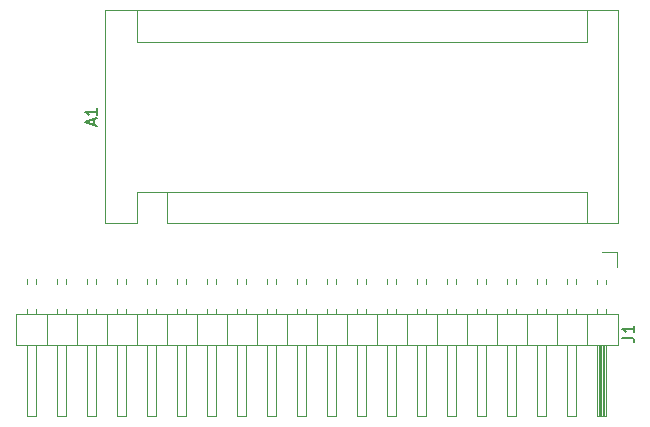
<source format=gbr>
G04 #@! TF.GenerationSoftware,KiCad,Pcbnew,(5.1.0-0)*
G04 #@! TF.CreationDate,2019-10-08T22:07:29-07:00*
G04 #@! TF.ProjectId,ArduinoSerialCard,41726475-696e-46f5-9365-7269616c4361,rev?*
G04 #@! TF.SameCoordinates,Original*
G04 #@! TF.FileFunction,Legend,Top*
G04 #@! TF.FilePolarity,Positive*
%FSLAX46Y46*%
G04 Gerber Fmt 4.6, Leading zero omitted, Abs format (unit mm)*
G04 Created by KiCad (PCBNEW (5.1.0-0)) date 2019-10-08 22:07:29*
%MOMM*%
%LPD*%
G04 APERTURE LIST*
%ADD10C,0.120000*%
%ADD11C,0.150000*%
G04 APERTURE END LIST*
D10*
X186690000Y-77470000D02*
X186690000Y-78740000D01*
X185420000Y-77470000D02*
X186690000Y-77470000D01*
X136780000Y-79782929D02*
X136780000Y-80237071D01*
X137540000Y-79782929D02*
X137540000Y-80237071D01*
X136780000Y-82322929D02*
X136780000Y-82720000D01*
X137540000Y-82322929D02*
X137540000Y-82720000D01*
X136780000Y-91380000D02*
X136780000Y-85380000D01*
X137540000Y-91380000D02*
X136780000Y-91380000D01*
X137540000Y-85380000D02*
X137540000Y-91380000D01*
X138430000Y-82720000D02*
X138430000Y-85380000D01*
X139320000Y-79782929D02*
X139320000Y-80237071D01*
X140080000Y-79782929D02*
X140080000Y-80237071D01*
X139320000Y-82322929D02*
X139320000Y-82720000D01*
X140080000Y-82322929D02*
X140080000Y-82720000D01*
X139320000Y-91380000D02*
X139320000Y-85380000D01*
X140080000Y-91380000D02*
X139320000Y-91380000D01*
X140080000Y-85380000D02*
X140080000Y-91380000D01*
X140970000Y-82720000D02*
X140970000Y-85380000D01*
X141860000Y-79782929D02*
X141860000Y-80237071D01*
X142620000Y-79782929D02*
X142620000Y-80237071D01*
X141860000Y-82322929D02*
X141860000Y-82720000D01*
X142620000Y-82322929D02*
X142620000Y-82720000D01*
X141860000Y-91380000D02*
X141860000Y-85380000D01*
X142620000Y-91380000D02*
X141860000Y-91380000D01*
X142620000Y-85380000D02*
X142620000Y-91380000D01*
X143510000Y-82720000D02*
X143510000Y-85380000D01*
X144400000Y-79782929D02*
X144400000Y-80237071D01*
X145160000Y-79782929D02*
X145160000Y-80237071D01*
X144400000Y-82322929D02*
X144400000Y-82720000D01*
X145160000Y-82322929D02*
X145160000Y-82720000D01*
X144400000Y-91380000D02*
X144400000Y-85380000D01*
X145160000Y-91380000D02*
X144400000Y-91380000D01*
X145160000Y-85380000D02*
X145160000Y-91380000D01*
X146050000Y-82720000D02*
X146050000Y-85380000D01*
X146940000Y-79782929D02*
X146940000Y-80237071D01*
X147700000Y-79782929D02*
X147700000Y-80237071D01*
X146940000Y-82322929D02*
X146940000Y-82720000D01*
X147700000Y-82322929D02*
X147700000Y-82720000D01*
X146940000Y-91380000D02*
X146940000Y-85380000D01*
X147700000Y-91380000D02*
X146940000Y-91380000D01*
X147700000Y-85380000D02*
X147700000Y-91380000D01*
X148590000Y-82720000D02*
X148590000Y-85380000D01*
X149480000Y-79782929D02*
X149480000Y-80237071D01*
X150240000Y-79782929D02*
X150240000Y-80237071D01*
X149480000Y-82322929D02*
X149480000Y-82720000D01*
X150240000Y-82322929D02*
X150240000Y-82720000D01*
X149480000Y-91380000D02*
X149480000Y-85380000D01*
X150240000Y-91380000D02*
X149480000Y-91380000D01*
X150240000Y-85380000D02*
X150240000Y-91380000D01*
X151130000Y-82720000D02*
X151130000Y-85380000D01*
X152020000Y-79782929D02*
X152020000Y-80237071D01*
X152780000Y-79782929D02*
X152780000Y-80237071D01*
X152020000Y-82322929D02*
X152020000Y-82720000D01*
X152780000Y-82322929D02*
X152780000Y-82720000D01*
X152020000Y-91380000D02*
X152020000Y-85380000D01*
X152780000Y-91380000D02*
X152020000Y-91380000D01*
X152780000Y-85380000D02*
X152780000Y-91380000D01*
X153670000Y-82720000D02*
X153670000Y-85380000D01*
X154560000Y-79782929D02*
X154560000Y-80237071D01*
X155320000Y-79782929D02*
X155320000Y-80237071D01*
X154560000Y-82322929D02*
X154560000Y-82720000D01*
X155320000Y-82322929D02*
X155320000Y-82720000D01*
X154560000Y-91380000D02*
X154560000Y-85380000D01*
X155320000Y-91380000D02*
X154560000Y-91380000D01*
X155320000Y-85380000D02*
X155320000Y-91380000D01*
X156210000Y-82720000D02*
X156210000Y-85380000D01*
X157100000Y-79782929D02*
X157100000Y-80237071D01*
X157860000Y-79782929D02*
X157860000Y-80237071D01*
X157100000Y-82322929D02*
X157100000Y-82720000D01*
X157860000Y-82322929D02*
X157860000Y-82720000D01*
X157100000Y-91380000D02*
X157100000Y-85380000D01*
X157860000Y-91380000D02*
X157100000Y-91380000D01*
X157860000Y-85380000D02*
X157860000Y-91380000D01*
X158750000Y-82720000D02*
X158750000Y-85380000D01*
X159640000Y-79782929D02*
X159640000Y-80237071D01*
X160400000Y-79782929D02*
X160400000Y-80237071D01*
X159640000Y-82322929D02*
X159640000Y-82720000D01*
X160400000Y-82322929D02*
X160400000Y-82720000D01*
X159640000Y-91380000D02*
X159640000Y-85380000D01*
X160400000Y-91380000D02*
X159640000Y-91380000D01*
X160400000Y-85380000D02*
X160400000Y-91380000D01*
X161290000Y-82720000D02*
X161290000Y-85380000D01*
X162180000Y-79782929D02*
X162180000Y-80237071D01*
X162940000Y-79782929D02*
X162940000Y-80237071D01*
X162180000Y-82322929D02*
X162180000Y-82720000D01*
X162940000Y-82322929D02*
X162940000Y-82720000D01*
X162180000Y-91380000D02*
X162180000Y-85380000D01*
X162940000Y-91380000D02*
X162180000Y-91380000D01*
X162940000Y-85380000D02*
X162940000Y-91380000D01*
X163830000Y-82720000D02*
X163830000Y-85380000D01*
X164720000Y-79782929D02*
X164720000Y-80237071D01*
X165480000Y-79782929D02*
X165480000Y-80237071D01*
X164720000Y-82322929D02*
X164720000Y-82720000D01*
X165480000Y-82322929D02*
X165480000Y-82720000D01*
X164720000Y-91380000D02*
X164720000Y-85380000D01*
X165480000Y-91380000D02*
X164720000Y-91380000D01*
X165480000Y-85380000D02*
X165480000Y-91380000D01*
X166370000Y-82720000D02*
X166370000Y-85380000D01*
X167260000Y-79782929D02*
X167260000Y-80237071D01*
X168020000Y-79782929D02*
X168020000Y-80237071D01*
X167260000Y-82322929D02*
X167260000Y-82720000D01*
X168020000Y-82322929D02*
X168020000Y-82720000D01*
X167260000Y-91380000D02*
X167260000Y-85380000D01*
X168020000Y-91380000D02*
X167260000Y-91380000D01*
X168020000Y-85380000D02*
X168020000Y-91380000D01*
X168910000Y-82720000D02*
X168910000Y-85380000D01*
X169800000Y-79782929D02*
X169800000Y-80237071D01*
X170560000Y-79782929D02*
X170560000Y-80237071D01*
X169800000Y-82322929D02*
X169800000Y-82720000D01*
X170560000Y-82322929D02*
X170560000Y-82720000D01*
X169800000Y-91380000D02*
X169800000Y-85380000D01*
X170560000Y-91380000D02*
X169800000Y-91380000D01*
X170560000Y-85380000D02*
X170560000Y-91380000D01*
X171450000Y-82720000D02*
X171450000Y-85380000D01*
X172340000Y-79782929D02*
X172340000Y-80237071D01*
X173100000Y-79782929D02*
X173100000Y-80237071D01*
X172340000Y-82322929D02*
X172340000Y-82720000D01*
X173100000Y-82322929D02*
X173100000Y-82720000D01*
X172340000Y-91380000D02*
X172340000Y-85380000D01*
X173100000Y-91380000D02*
X172340000Y-91380000D01*
X173100000Y-85380000D02*
X173100000Y-91380000D01*
X173990000Y-82720000D02*
X173990000Y-85380000D01*
X174880000Y-79782929D02*
X174880000Y-80237071D01*
X175640000Y-79782929D02*
X175640000Y-80237071D01*
X174880000Y-82322929D02*
X174880000Y-82720000D01*
X175640000Y-82322929D02*
X175640000Y-82720000D01*
X174880000Y-91380000D02*
X174880000Y-85380000D01*
X175640000Y-91380000D02*
X174880000Y-91380000D01*
X175640000Y-85380000D02*
X175640000Y-91380000D01*
X176530000Y-82720000D02*
X176530000Y-85380000D01*
X177420000Y-79782929D02*
X177420000Y-80237071D01*
X178180000Y-79782929D02*
X178180000Y-80237071D01*
X177420000Y-82322929D02*
X177420000Y-82720000D01*
X178180000Y-82322929D02*
X178180000Y-82720000D01*
X177420000Y-91380000D02*
X177420000Y-85380000D01*
X178180000Y-91380000D02*
X177420000Y-91380000D01*
X178180000Y-85380000D02*
X178180000Y-91380000D01*
X179070000Y-82720000D02*
X179070000Y-85380000D01*
X179960000Y-79782929D02*
X179960000Y-80237071D01*
X180720000Y-79782929D02*
X180720000Y-80237071D01*
X179960000Y-82322929D02*
X179960000Y-82720000D01*
X180720000Y-82322929D02*
X180720000Y-82720000D01*
X179960000Y-91380000D02*
X179960000Y-85380000D01*
X180720000Y-91380000D02*
X179960000Y-91380000D01*
X180720000Y-85380000D02*
X180720000Y-91380000D01*
X181610000Y-82720000D02*
X181610000Y-85380000D01*
X182500000Y-79782929D02*
X182500000Y-80237071D01*
X183260000Y-79782929D02*
X183260000Y-80237071D01*
X182500000Y-82322929D02*
X182500000Y-82720000D01*
X183260000Y-82322929D02*
X183260000Y-82720000D01*
X182500000Y-91380000D02*
X182500000Y-85380000D01*
X183260000Y-91380000D02*
X182500000Y-91380000D01*
X183260000Y-85380000D02*
X183260000Y-91380000D01*
X184150000Y-82720000D02*
X184150000Y-85380000D01*
X185040000Y-79850000D02*
X185040000Y-80237071D01*
X185800000Y-79850000D02*
X185800000Y-80237071D01*
X185040000Y-82322929D02*
X185040000Y-82720000D01*
X185800000Y-82322929D02*
X185800000Y-82720000D01*
X185140000Y-85380000D02*
X185140000Y-91380000D01*
X185260000Y-85380000D02*
X185260000Y-91380000D01*
X185380000Y-85380000D02*
X185380000Y-91380000D01*
X185500000Y-85380000D02*
X185500000Y-91380000D01*
X185620000Y-85380000D02*
X185620000Y-91380000D01*
X185740000Y-85380000D02*
X185740000Y-91380000D01*
X185040000Y-91380000D02*
X185040000Y-85380000D01*
X185800000Y-91380000D02*
X185040000Y-91380000D01*
X185800000Y-85380000D02*
X185800000Y-91380000D01*
X186750000Y-85380000D02*
X186750000Y-82720000D01*
X135830000Y-85380000D02*
X186750000Y-85380000D01*
X135830000Y-82720000D02*
X135830000Y-85380000D01*
X186750000Y-82720000D02*
X135830000Y-82720000D01*
X143380000Y-57020000D02*
X143380000Y-75060000D01*
X186820000Y-57020000D02*
X143380000Y-57020000D01*
X186820000Y-75060000D02*
X186820000Y-57020000D01*
X184150000Y-72390000D02*
X184150000Y-75060000D01*
X148590000Y-72390000D02*
X184150000Y-72390000D01*
X148590000Y-72390000D02*
X148590000Y-75060000D01*
X184150000Y-59690000D02*
X184150000Y-57020000D01*
X146050000Y-59690000D02*
X184150000Y-59690000D01*
X146050000Y-59690000D02*
X146050000Y-57020000D01*
X143380000Y-75060000D02*
X146050000Y-75060000D01*
X148590000Y-75060000D02*
X186820000Y-75060000D01*
X146050000Y-72390000D02*
X146050000Y-75060000D01*
X148590000Y-72390000D02*
X146050000Y-72390000D01*
D11*
X187142380Y-84728333D02*
X187856666Y-84728333D01*
X187999523Y-84775952D01*
X188094761Y-84871190D01*
X188142380Y-85014047D01*
X188142380Y-85109285D01*
X188142380Y-83728333D02*
X188142380Y-84299761D01*
X188142380Y-84014047D02*
X187142380Y-84014047D01*
X187285238Y-84109285D01*
X187380476Y-84204523D01*
X187428095Y-84299761D01*
X142406666Y-66754285D02*
X142406666Y-66278095D01*
X142692380Y-66849523D02*
X141692380Y-66516190D01*
X142692380Y-66182857D01*
X142692380Y-65325714D02*
X142692380Y-65897142D01*
X142692380Y-65611428D02*
X141692380Y-65611428D01*
X141835238Y-65706666D01*
X141930476Y-65801904D01*
X141978095Y-65897142D01*
M02*

</source>
